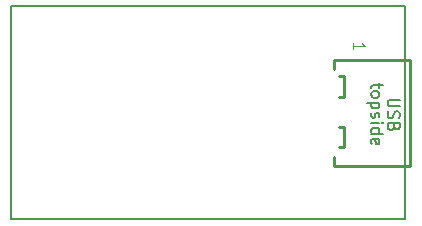
<source format=gbr>
%TF.GenerationSoftware,KiCad,Pcbnew,9.0.0*%
%TF.CreationDate,2025-04-03T20:24:29-07:00*%
%TF.ProjectId,nicenano-breakout,6e696365-6e61-46e6-9f2d-627265616b6f,rev?*%
%TF.SameCoordinates,Original*%
%TF.FileFunction,Legend,Top*%
%TF.FilePolarity,Positive*%
%FSLAX46Y46*%
G04 Gerber Fmt 4.6, Leading zero omitted, Abs format (unit mm)*
G04 Created by KiCad (PCBNEW 9.0.0) date 2025-04-03 20:24:29*
%MOMM*%
%LPD*%
G01*
G04 APERTURE LIST*
%ADD10C,0.100000*%
%ADD11C,0.150000*%
%ADD12C,0.254000*%
%ADD13C,0.200000*%
G04 APERTURE END LIST*
D10*
X202109721Y-81289892D02*
X202109721Y-80718464D01*
X202109721Y-81004178D02*
X203109721Y-81004178D01*
X203109721Y-81004178D02*
X202966864Y-80908940D01*
X202966864Y-80908940D02*
X202871626Y-80813702D01*
X202871626Y-80813702D02*
X202824007Y-80718464D01*
D11*
X206027730Y-85545955D02*
X205218207Y-85545955D01*
X205218207Y-85545955D02*
X205122969Y-85593574D01*
X205122969Y-85593574D02*
X205075350Y-85641193D01*
X205075350Y-85641193D02*
X205027730Y-85736431D01*
X205027730Y-85736431D02*
X205027730Y-85926907D01*
X205027730Y-85926907D02*
X205075350Y-86022145D01*
X205075350Y-86022145D02*
X205122969Y-86069764D01*
X205122969Y-86069764D02*
X205218207Y-86117383D01*
X205218207Y-86117383D02*
X206027730Y-86117383D01*
X205075350Y-86545955D02*
X205027730Y-86688812D01*
X205027730Y-86688812D02*
X205027730Y-86926907D01*
X205027730Y-86926907D02*
X205075350Y-87022145D01*
X205075350Y-87022145D02*
X205122969Y-87069764D01*
X205122969Y-87069764D02*
X205218207Y-87117383D01*
X205218207Y-87117383D02*
X205313445Y-87117383D01*
X205313445Y-87117383D02*
X205408683Y-87069764D01*
X205408683Y-87069764D02*
X205456302Y-87022145D01*
X205456302Y-87022145D02*
X205503921Y-86926907D01*
X205503921Y-86926907D02*
X205551540Y-86736431D01*
X205551540Y-86736431D02*
X205599159Y-86641193D01*
X205599159Y-86641193D02*
X205646778Y-86593574D01*
X205646778Y-86593574D02*
X205742016Y-86545955D01*
X205742016Y-86545955D02*
X205837254Y-86545955D01*
X205837254Y-86545955D02*
X205932492Y-86593574D01*
X205932492Y-86593574D02*
X205980111Y-86641193D01*
X205980111Y-86641193D02*
X206027730Y-86736431D01*
X206027730Y-86736431D02*
X206027730Y-86974526D01*
X206027730Y-86974526D02*
X205980111Y-87117383D01*
X205551540Y-87879288D02*
X205503921Y-88022145D01*
X205503921Y-88022145D02*
X205456302Y-88069764D01*
X205456302Y-88069764D02*
X205361064Y-88117383D01*
X205361064Y-88117383D02*
X205218207Y-88117383D01*
X205218207Y-88117383D02*
X205122969Y-88069764D01*
X205122969Y-88069764D02*
X205075350Y-88022145D01*
X205075350Y-88022145D02*
X205027730Y-87926907D01*
X205027730Y-87926907D02*
X205027730Y-87545955D01*
X205027730Y-87545955D02*
X206027730Y-87545955D01*
X206027730Y-87545955D02*
X206027730Y-87879288D01*
X206027730Y-87879288D02*
X205980111Y-87974526D01*
X205980111Y-87974526D02*
X205932492Y-88022145D01*
X205932492Y-88022145D02*
X205837254Y-88069764D01*
X205837254Y-88069764D02*
X205742016Y-88069764D01*
X205742016Y-88069764D02*
X205646778Y-88022145D01*
X205646778Y-88022145D02*
X205599159Y-87974526D01*
X205599159Y-87974526D02*
X205551540Y-87879288D01*
X205551540Y-87879288D02*
X205551540Y-87545955D01*
X204294397Y-84188812D02*
X204294397Y-84569764D01*
X204627730Y-84331669D02*
X203770588Y-84331669D01*
X203770588Y-84331669D02*
X203675350Y-84379288D01*
X203675350Y-84379288D02*
X203627730Y-84474526D01*
X203627730Y-84474526D02*
X203627730Y-84569764D01*
X203627730Y-85045955D02*
X203675350Y-84950717D01*
X203675350Y-84950717D02*
X203722969Y-84903098D01*
X203722969Y-84903098D02*
X203818207Y-84855479D01*
X203818207Y-84855479D02*
X204103921Y-84855479D01*
X204103921Y-84855479D02*
X204199159Y-84903098D01*
X204199159Y-84903098D02*
X204246778Y-84950717D01*
X204246778Y-84950717D02*
X204294397Y-85045955D01*
X204294397Y-85045955D02*
X204294397Y-85188812D01*
X204294397Y-85188812D02*
X204246778Y-85284050D01*
X204246778Y-85284050D02*
X204199159Y-85331669D01*
X204199159Y-85331669D02*
X204103921Y-85379288D01*
X204103921Y-85379288D02*
X203818207Y-85379288D01*
X203818207Y-85379288D02*
X203722969Y-85331669D01*
X203722969Y-85331669D02*
X203675350Y-85284050D01*
X203675350Y-85284050D02*
X203627730Y-85188812D01*
X203627730Y-85188812D02*
X203627730Y-85045955D01*
X204294397Y-85807860D02*
X203294397Y-85807860D01*
X204246778Y-85807860D02*
X204294397Y-85903098D01*
X204294397Y-85903098D02*
X204294397Y-86093574D01*
X204294397Y-86093574D02*
X204246778Y-86188812D01*
X204246778Y-86188812D02*
X204199159Y-86236431D01*
X204199159Y-86236431D02*
X204103921Y-86284050D01*
X204103921Y-86284050D02*
X203818207Y-86284050D01*
X203818207Y-86284050D02*
X203722969Y-86236431D01*
X203722969Y-86236431D02*
X203675350Y-86188812D01*
X203675350Y-86188812D02*
X203627730Y-86093574D01*
X203627730Y-86093574D02*
X203627730Y-85903098D01*
X203627730Y-85903098D02*
X203675350Y-85807860D01*
X203675350Y-86665003D02*
X203627730Y-86760241D01*
X203627730Y-86760241D02*
X203627730Y-86950717D01*
X203627730Y-86950717D02*
X203675350Y-87045955D01*
X203675350Y-87045955D02*
X203770588Y-87093574D01*
X203770588Y-87093574D02*
X203818207Y-87093574D01*
X203818207Y-87093574D02*
X203913445Y-87045955D01*
X203913445Y-87045955D02*
X203961064Y-86950717D01*
X203961064Y-86950717D02*
X203961064Y-86807860D01*
X203961064Y-86807860D02*
X204008683Y-86712622D01*
X204008683Y-86712622D02*
X204103921Y-86665003D01*
X204103921Y-86665003D02*
X204151540Y-86665003D01*
X204151540Y-86665003D02*
X204246778Y-86712622D01*
X204246778Y-86712622D02*
X204294397Y-86807860D01*
X204294397Y-86807860D02*
X204294397Y-86950717D01*
X204294397Y-86950717D02*
X204246778Y-87045955D01*
X203627730Y-87522146D02*
X204294397Y-87522146D01*
X204627730Y-87522146D02*
X204580111Y-87474527D01*
X204580111Y-87474527D02*
X204532492Y-87522146D01*
X204532492Y-87522146D02*
X204580111Y-87569765D01*
X204580111Y-87569765D02*
X204627730Y-87522146D01*
X204627730Y-87522146D02*
X204532492Y-87522146D01*
X203627730Y-88426907D02*
X204627730Y-88426907D01*
X203675350Y-88426907D02*
X203627730Y-88331669D01*
X203627730Y-88331669D02*
X203627730Y-88141193D01*
X203627730Y-88141193D02*
X203675350Y-88045955D01*
X203675350Y-88045955D02*
X203722969Y-87998336D01*
X203722969Y-87998336D02*
X203818207Y-87950717D01*
X203818207Y-87950717D02*
X204103921Y-87950717D01*
X204103921Y-87950717D02*
X204199159Y-87998336D01*
X204199159Y-87998336D02*
X204246778Y-88045955D01*
X204246778Y-88045955D02*
X204294397Y-88141193D01*
X204294397Y-88141193D02*
X204294397Y-88331669D01*
X204294397Y-88331669D02*
X204246778Y-88426907D01*
X203675350Y-89284050D02*
X203627730Y-89188812D01*
X203627730Y-89188812D02*
X203627730Y-88998336D01*
X203627730Y-88998336D02*
X203675350Y-88903098D01*
X203675350Y-88903098D02*
X203770588Y-88855479D01*
X203770588Y-88855479D02*
X204151540Y-88855479D01*
X204151540Y-88855479D02*
X204246778Y-88903098D01*
X204246778Y-88903098D02*
X204294397Y-88998336D01*
X204294397Y-88998336D02*
X204294397Y-89188812D01*
X204294397Y-89188812D02*
X204246778Y-89284050D01*
X204246778Y-89284050D02*
X204151540Y-89331669D01*
X204151540Y-89331669D02*
X204056302Y-89331669D01*
X204056302Y-89331669D02*
X203961064Y-88855479D01*
D12*
%TO.C,U1*%
X200441609Y-82170940D02*
X200441609Y-82879880D01*
X200441609Y-82170940D02*
X200441609Y-82879880D01*
X206941599Y-82175410D02*
X200441609Y-82175410D01*
X206941599Y-82175410D02*
X200441609Y-82175410D01*
X206941599Y-82175410D02*
X206941599Y-82225400D01*
X206941599Y-82175410D02*
X206941599Y-82225400D01*
X206941599Y-82225400D02*
X206941599Y-91175390D01*
X200441609Y-82879880D02*
X200441609Y-82934340D01*
X200441609Y-82879880D02*
X200441609Y-82934340D01*
X201294469Y-83590980D02*
X200852739Y-83590980D01*
X201294469Y-83590980D02*
X200852739Y-83590980D01*
X201294469Y-83590980D02*
X201294469Y-85340990D01*
X201294469Y-83590980D02*
X201294469Y-85340990D01*
X201294469Y-85340990D02*
X200852739Y-85340990D01*
X201294469Y-85340990D02*
X200852739Y-85340990D01*
X201296599Y-87837880D02*
X200852739Y-87837880D01*
X201296599Y-87837880D02*
X200852739Y-87837880D01*
X201296599Y-87837880D02*
X201296599Y-89587890D01*
X201296599Y-87837880D02*
X201296599Y-89587890D01*
X201296599Y-89587890D02*
X200854259Y-89587890D01*
X201296599Y-89587890D02*
X200854259Y-89587890D01*
X200441609Y-90416590D02*
X200441609Y-91175390D01*
X200441609Y-90416590D02*
X200441609Y-91175390D01*
X206941599Y-91175390D02*
X200441609Y-91175390D01*
D13*
X206477550Y-95697860D02*
X173139169Y-95697860D01*
X173139169Y-77652959D01*
X206477550Y-77652959D01*
X206477550Y-95697860D01*
%TD*%
M02*

</source>
